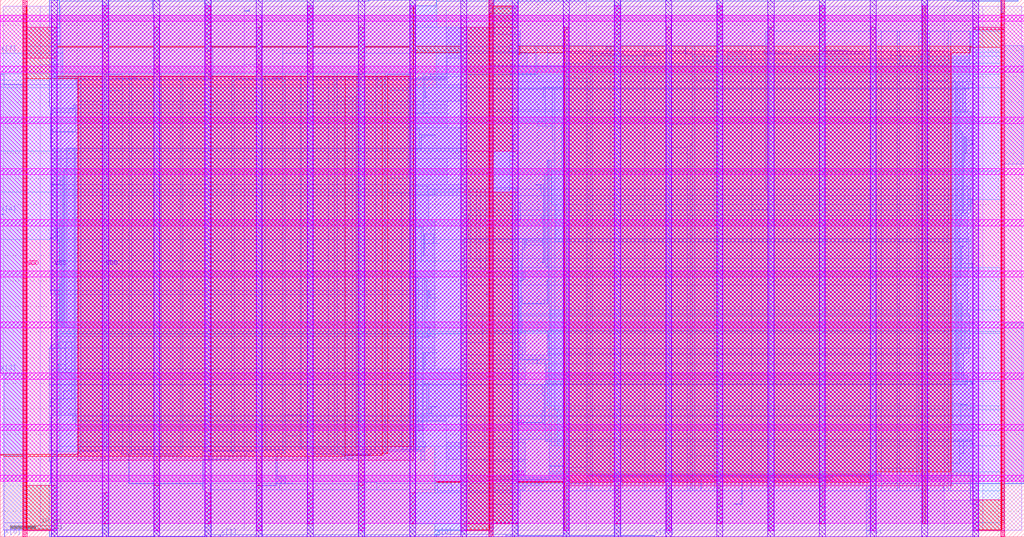
<source format=lef>
VERSION 5.8 ;
BUSBITCHARS "[]" ;
DIVIDERCHAR "/" ;
UNITS
    DATABASE MICRONS 2000 ;
END UNITS

VIA via1_2_560_340_1_1_300_300
  VIARULE Via1Array-0 ;
  CUTSIZE 0.07 0.07 ;
  LAYERS metal1 via1 metal2 ;
  CUTSPACING 0.08 0.08 ;
  ENCLOSURE 0.105 0.05 0.035 0.035 ;
END via1_2_560_340_1_1_300_300

VIA via2_3_560_340_1_1_320_320
  VIARULE Via2Array-0 ;
  CUTSIZE 0.07 0.07 ;
  LAYERS metal2 via2 metal3 ;
  CUTSPACING 0.09 0.09 ;
  ENCLOSURE 0.035 0.035 0.035 0.035 ;
END via2_3_560_340_1_1_320_320

VIA via3_4_560_340_1_1_320_320
  VIARULE Via3Array-0 ;
  CUTSIZE 0.07 0.07 ;
  LAYERS metal3 via3 metal4 ;
  CUTSPACING 0.09 0.09 ;
  ENCLOSURE 0.035 0.035 0.035 0.035 ;
END via3_4_560_340_1_1_320_320

VIA via4_5_560_340_1_1_600_600
  VIARULE Via4Array-0 ;
  CUTSIZE 0.14 0.14 ;
  LAYERS metal4 via4 metal5 ;
  CUTSPACING 0.16 0.16 ;
  ENCLOSURE 0 0 0 0 ;
END via4_5_560_340_1_1_600_600

VIA via5_6_560_340_1_1_600_600
  VIARULE Via5Array-0 ;
  CUTSIZE 0.14 0.14 ;
  LAYERS metal5 via5 metal6 ;
  CUTSPACING 0.16 0.16 ;
  ENCLOSURE 0 0 0.07 0 ;
END via5_6_560_340_1_1_600_600

VIA via1_2_2400_340_1_8_300_300
  VIARULE Via1Array-0 ;
  CUTSIZE 0.07 0.07 ;
  LAYERS metal1 via1 metal2 ;
  CUTSPACING 0.08 0.08 ;
  ENCLOSURE 0.04 0.05 0.035 0.035 ;
  ROWCOL 1 8 ;
END via1_2_2400_340_1_8_300_300

VIA via2_3_2400_920_3_7_320_320
  VIARULE Via2Array-0 ;
  CUTSIZE 0.07 0.07 ;
  LAYERS metal2 via2 metal3 ;
  CUTSPACING 0.09 0.09 ;
  ENCLOSURE 0.035 0.035 0.035 0.035 ;
  ROWCOL 3 7 ;
END via2_3_2400_920_3_7_320_320

VIA via3_4_2400_920_3_7_320_320
  VIARULE Via3Array-0 ;
  CUTSIZE 0.07 0.07 ;
  LAYERS metal3 via3 metal4 ;
  CUTSPACING 0.09 0.09 ;
  ENCLOSURE 0.035 0.035 0.035 0.035 ;
  ROWCOL 3 7 ;
END via3_4_2400_920_3_7_320_320

VIA via4_5_2400_920_2_4_600_600
  VIARULE Via4Array-0 ;
  CUTSIZE 0.14 0.14 ;
  LAYERS metal4 via4 metal5 ;
  CUTSPACING 0.16 0.16 ;
  ENCLOSURE 0 0 0 0 ;
  ROWCOL 2 4 ;
END via4_5_2400_920_2_4_600_600

VIA via5_6_2400_1120_2_4_600_600
  VIARULE Via5Array-0 ;
  CUTSIZE 0.14 0.14 ;
  LAYERS metal5 via5 metal6 ;
  CUTSPACING 0.16 0.16 ;
  ENCLOSURE 0 0 0 0 ;
  ROWCOL 2 4 ;
END via5_6_2400_1120_2_4_600_600

VIA via6_7_2400_1120_1_3_600_600
  VIARULE Via6Array-0 ;
  CUTSIZE 0.14 0.14 ;
  LAYERS metal6 via6 metal7 ;
  CUTSPACING 0.16 0.16 ;
  ENCLOSURE 0 0 0.13 0.13 ;
  ROWCOL 1 3 ;
END via6_7_2400_1120_1_3_600_600

VIA via7_8_2400_1320_1_1_1680_1680
  VIARULE Via7Array-0 ;
  CUTSIZE 0.4 0.4 ;
  LAYERS metal7 via7 metal8 ;
  CUTSPACING 0.44 0.44 ;
  ENCLOSURE 0 0 0.4 0 ;
END via7_8_2400_1320_1_1_1680_1680

VIA via6_7_560_2400_3_1_600_600
  VIARULE Via6Array-0 ;
  CUTSIZE 0.14 0.14 ;
  LAYERS metal6 via6 metal7 ;
  CUTSPACING 0.16 0.16 ;
  ENCLOSURE 0.07 0 0.13 0.23 ;
  ROWCOL 3 1 ;
END via6_7_560_2400_3_1_600_600

VIA via7_8_2400_2400_1_1_1680_1680
  VIARULE Via7Array-0 ;
  CUTSIZE 0.4 0.4 ;
  LAYERS metal7 via7 metal8 ;
  CUTSPACING 0.44 0.44 ;
  ENCLOSURE 0 0.4 0.4 0 ;
END via7_8_2400_2400_1_1_1680_1680

VIA via6_7_1120_2400_3_1_600_600
  VIARULE Via6Array-0 ;
  CUTSIZE 0.14 0.14 ;
  LAYERS metal6 via6 metal7 ;
  CUTSPACING 0.16 0.16 ;
  ENCLOSURE 0.21 0.23 0.21 0.23 ;
  ROWCOL 3 1 ;
END via6_7_1120_2400_3_1_600_600

MACRO top
  FOREIGN top 0 0 ;
  CLASS BLOCK ;
  SIZE 200 BY 105 ;
  PIN clk
    DIRECTION INPUT ;
    USE SIGNAL ;
    PORT
      LAYER metal3 ;
        RECT  199.93 41.755 200 41.825 ;
    END
  END clk
  PIN din
    DIRECTION INPUT ;
    USE SIGNAL ;
    PORT
      LAYER metal2 ;
        RECT  29.7 104.93 29.77 105 ;
    END
  END din
  PIN enable
    DIRECTION INPUT ;
    USE SIGNAL ;
    PORT
      LAYER metal3 ;
        RECT  199.93 72.835 200 72.905 ;
    END
  END enable
  PIN rst
    DIRECTION INPUT ;
    USE SIGNAL ;
    PORT
      LAYER metal2 ;
        RECT  169.92 0 169.99 0.07 ;
    END
  END rst
  PIN spike
    DIRECTION OUTPUT ;
    USE SIGNAL ;
    PORT
      LAYER metal2 ;
        RECT  114.44 104.93 114.51 105 ;
    END
  END spike
  PIN x[0]
    DIRECTION INPUT ;
    USE SIGNAL ;
    PORT
      LAYER metal2 ;
        RECT  0.82 0 0.89 0.07 ;
    END
  END x[0]
  PIN x[10]
    DIRECTION INPUT ;
    USE SIGNAL ;
    PORT
      LAYER metal2 ;
        RECT  127.74 0 127.81 0.07 ;
    END
  END x[10]
  PIN x[1]
    DIRECTION INPUT ;
    USE SIGNAL ;
    PORT
      LAYER metal2 ;
        RECT  43 0 43.07 0.07 ;
    END
  END x[1]
  PIN x[2]
    DIRECTION INPUT ;
    USE SIGNAL ;
    PORT
      LAYER metal2 ;
        RECT  156.62 104.93 156.69 105 ;
    END
  END x[2]
  PIN x[3]
    DIRECTION INPUT ;
    USE SIGNAL ;
    PORT
      LAYER metal3 ;
        RECT  0 31.955 0.07 32.025 ;
    END
  END x[3]
  PIN x[4]
    DIRECTION INPUT ;
    USE SIGNAL ;
    PORT
      LAYER metal3 ;
        RECT  0 63.035 0.07 63.105 ;
    END
  END x[4]
  PIN x[5]
    DIRECTION INPUT ;
    USE SIGNAL ;
    PORT
      LAYER metal2 ;
        RECT  198.8 104.93 198.87 105 ;
    END
  END x[5]
  PIN x[6]
    DIRECTION INPUT ;
    USE SIGNAL ;
    PORT
      LAYER metal2 ;
        RECT  85.18 0 85.25 0.07 ;
    END
  END x[6]
  PIN x[7]
    DIRECTION INPUT ;
    USE SIGNAL ;
    PORT
      LAYER metal3 ;
        RECT  0 94.395 0.07 94.465 ;
    END
  END x[7]
  PIN x[8]
    DIRECTION INPUT ;
    USE SIGNAL ;
    PORT
      LAYER metal2 ;
        RECT  71.88 104.93 71.95 105 ;
    END
  END x[8]
  PIN x[9]
    DIRECTION INPUT ;
    USE SIGNAL ;
    PORT
      LAYER metal3 ;
        RECT  199.93 10.395 200 10.465 ;
    END
  END x[9]
  PIN VSS
    DIRECTION INOUT ;
    USE GROUND ;
    PORT
      LAYER metal7 ;
        RECT  0 90.8 200 92 ;
        RECT  0 70.8 200 72 ;
        RECT  0 50.8 200 52 ;
        RECT  0 30.8 200 32 ;
        RECT  0 10.8 200 12 ;
      LAYER metal8 ;
        RECT  189.97 0 191.17 105 ;
        RECT  169.97 0 171.17 105 ;
        RECT  149.97 0 151.17 105 ;
        RECT  129.97 0 131.17 105 ;
        RECT  109.97 0 111.17 105 ;
        RECT  89.97 0 91.17 105 ;
        RECT  69.97 0 71.17 105 ;
        RECT  49.97 0 51.17 105 ;
        RECT  29.97 0 31.17 105 ;
        RECT  9.97 0 11.17 105 ;
      LAYER metal6 ;
        RECT  195.43 0 195.71 105 ;
        RECT  95.43 0 95.71 105 ;
        RECT  4.43 0 4.71 105 ;
    END
  END VSS
  PIN VDD
    DIRECTION INOUT ;
    USE POWER ;
    PORT
      LAYER metal7 ;
        RECT  0 100.8 200 102 ;
        RECT  0 80.8 200 82 ;
        RECT  0 60.8 200 62 ;
        RECT  0 40.8 200 42 ;
        RECT  0 20.8 200 22 ;
      LAYER metal8 ;
        RECT  179.97 0 181.17 105 ;
        RECT  159.97 0 161.17 105 ;
        RECT  139.97 0 141.17 105 ;
        RECT  119.97 0 121.17 105 ;
        RECT  99.97 0 101.17 105 ;
        RECT  79.97 0 81.17 105 ;
        RECT  59.97 0 61.17 105 ;
        RECT  39.97 0 41.17 105 ;
        RECT  19.97 0 21.17 105 ;
      LAYER metal6 ;
        RECT  195.99 0 196.27 105 ;
        RECT  95.99 0 96.27 105 ;
        RECT  4.99 0 5.27 105 ;
    END
  END VDD
  OBS
    LAYER metal1 ;
     RECT  0.57 1.315 7.79 103.685 ;
     RECT  7.79 1.315 11.84 89.265 ;
     RECT  7.79 92.315 11.84 103.685 ;
     RECT  11.84 1.315 47.63 103.685 ;
     RECT  47.63 1.315 50.98 89.425 ;
     RECT  47.63 92.315 50.98 103.685 ;
     RECT  50.98 1.315 96.39 103.685 ;
     RECT  96.39 1.315 114.51 104.965 ;
     RECT  114.51 1.315 184.43 103.685 ;
     RECT  184.43 1.315 191.9 7.085 ;
     RECT  184.43 10.395 191.9 103.685 ;
     RECT  191.9 1.315 199.5 103.685 ;
     RECT  199.5 10.395 199.82 10.465 ;
     RECT  199.5 95.935 199.82 96.005 ;
    LAYER metal2 ;
     RECT  169.16 0 169.8 0.035 ;
     RECT  85.18 0.035 85.25 0.245 ;
     RECT  127.74 0.035 127.81 0.245 ;
     RECT  43 0.035 43.07 0.385 ;
     RECT  9.56 0.035 9.63 1.17 ;
     RECT  169.16 0.035 169.99 1.17 ;
     RECT  0.82 0.035 0.89 1.33 ;
     RECT  0.82 1.33 4.64 2.73 ;
     RECT  95.5 1.33 95.64 2.73 ;
     RECT  99.975 2.57 101.165 2.73 ;
     RECT  195.5 1.33 195.64 2.73 ;
     RECT  119.975 2.57 121.165 5.83 ;
     RECT  139.975 2.57 141.165 5.83 ;
     RECT  159.975 2.57 161.165 5.83 ;
     RECT  179.975 2.57 181.165 5.83 ;
     RECT  95.5 2.73 101.165 6.335 ;
     RECT  189.975 1.17 191.165 6.335 ;
     RECT  143.32 6.335 144.91 6.405 ;
     RECT  109.975 1.17 111.165 7.23 ;
     RECT  169.16 1.17 171.165 7.23 ;
     RECT  189.49 6.335 191.165 7.23 ;
     RECT  19.975 2.57 21.165 8.63 ;
     RECT  39.975 2.57 41.165 8.63 ;
     RECT  59.975 2.57 61.165 8.63 ;
     RECT  79.975 2.57 81.165 8.63 ;
     RECT  95.5 6.335 101.59 9.135 ;
     RECT  95.5 9.135 102.54 9.94 ;
     RECT  149.975 1.17 151.165 9.94 ;
     RECT  169.16 7.23 169.99 9.94 ;
     RECT  184.36 8.995 184.43 9.94 ;
     RECT  49.975 1.17 51.165 9.975 ;
     RECT  9.56 1.17 11.165 10.03 ;
     RECT  29.975 1.17 31.165 10.03 ;
     RECT  49.975 9.975 53.9 10.03 ;
     RECT  69.975 1.17 71.165 10.03 ;
     RECT  89.975 1.17 91.165 10.03 ;
     RECT  53.83 10.03 53.9 10.395 ;
     RECT  195.5 2.73 196.2 10.395 ;
     RECT  53.83 10.395 57.13 10.465 ;
     RECT  9.56 10.03 9.82 10.535 ;
     RECT  129.975 1.17 131.165 10.815 ;
     RECT  144.84 6.405 144.91 10.815 ;
     RECT  149.975 9.94 152.89 10.815 ;
     RECT  119.95 9.94 121.54 10.955 ;
     RECT  129.64 10.815 132.94 10.955 ;
     RECT  136.86 9.135 136.93 10.955 ;
     RECT  144.84 10.815 152.89 10.955 ;
     RECT  162.13 10.815 162.2 10.955 ;
     RECT  95.5 9.94 105.77 11.095 ;
     RECT  119.76 10.955 121.54 11.095 ;
     RECT  160.04 10.955 162.2 11.095 ;
     RECT  189.49 7.23 189.56 11.095 ;
     RECT  95.5 11.095 107.29 11.27 ;
     RECT  126.41 10.955 136.93 11.27 ;
     RECT  168.02 9.94 169.99 11.27 ;
     RECT  183.6 9.94 184.43 11.27 ;
     RECT  144.84 10.955 155.36 11.515 ;
     RECT  159.85 11.095 162.58 11.515 ;
     RECT  116.91 11.095 121.54 11.655 ;
     RECT  126.41 11.27 140.68 11.655 ;
     RECT  144.84 11.515 162.58 11.655 ;
     RECT  168.02 11.27 170.68 11.655 ;
     RECT  180.22 11.27 184.43 11.655 ;
     RECT  95.5 11.27 110.68 11.725 ;
     RECT  116.91 11.655 162.58 11.795 ;
     RECT  167.07 11.655 170.68 11.795 ;
     RECT  53.83 10.465 55.8 11.865 ;
     RECT  115.01 11.795 170.68 11.935 ;
     RECT  180.22 11.655 184.62 11.935 ;
     RECT  189.49 11.095 189.94 11.935 ;
     RECT  115.01 11.935 172.08 12.215 ;
     RECT  107.22 11.725 110.68 12.355 ;
     RECT  114.82 12.215 172.08 12.355 ;
     RECT  107.22 12.355 172.08 12.67 ;
     RECT  177.9 11.935 189.94 12.67 ;
     RECT  9.75 10.535 9.82 14.735 ;
     RECT  95.5 11.725 102.54 14.735 ;
     RECT  9.56 14.735 9.82 14.98 ;
     RECT  39.58 9.135 39.65 14.98 ;
     RECT  39.58 14.98 41.17 15.015 ;
     RECT  68.46 14.98 68.72 15.015 ;
     RECT  39.58 15.015 42.69 15.155 ;
     RECT  87.08 11.795 87.15 15.17 ;
     RECT  94.68 14.735 102.54 15.17 ;
     RECT  39.58 15.155 44.78 15.855 ;
     RECT  67.89 15.015 68.72 15.855 ;
     RECT  66.75 15.855 72.33 15.995 ;
     RECT  25.14 10.395 25.21 16.135 ;
     RECT  31.03 15.855 34.71 16.135 ;
     RECT  66.56 15.995 72.33 16.135 ;
     RECT  23.62 16.135 34.71 16.31 ;
     RECT  53.83 11.865 54.09 16.31 ;
     RECT  60.86 16.135 72.33 16.31 ;
     RECT  15.22 16.31 15.68 16.695 ;
     RECT  39.58 15.855 48.2 16.695 ;
     RECT  60.86 16.31 75.68 16.695 ;
     RECT  82.14 14.98 82.97 16.695 ;
     RECT  9.56 14.98 11.15 16.765 ;
     RECT  15.22 16.695 19.13 16.835 ;
     RECT  23.62 16.31 35.68 16.835 ;
     RECT  39.58 16.695 49.72 16.835 ;
     RECT  53.83 16.31 55.68 16.835 ;
     RECT  15.22 16.835 35.68 16.975 ;
     RECT  39.58 16.835 55.68 16.975 ;
     RECT  60.86 16.695 82.97 16.975 ;
     RECT  15.22 16.975 82.97 17.535 ;
     RECT  87.08 15.17 102.54 18.43 ;
     RECT  15.22 17.535 83.16 18.585 ;
     RECT  107.22 12.67 189.94 18.655 ;
     RECT  94.68 18.43 102.54 19.075 ;
     RECT  106.46 18.655 189.94 19.075 ;
     RECT  15.22 18.585 82.59 21.595 ;
     RECT  14.69 21.595 82.59 22.575 ;
     RECT  87.08 18.43 87.15 22.575 ;
     RECT  14.69 22.575 87.15 22.715 ;
     RECT  14.12 22.715 87.15 23.57 ;
     RECT  94.68 19.075 189.94 23.57 ;
     RECT  9.56 16.765 9.82 23.695 ;
     RECT  14.12 23.57 189.94 23.695 ;
     RECT  9.56 23.695 189.94 29.645 ;
     RECT  9.56 29.645 188.99 29.785 ;
     RECT  106.46 29.785 188.99 29.925 ;
     RECT  106.65 29.925 188.99 31.605 ;
     RECT  0.82 2.73 5.2 31.955 ;
     RECT  9.56 29.785 102.54 32.865 ;
     RECT  89.975 32.865 102.54 33.775 ;
     RECT  106.65 31.605 188.23 33.775 ;
     RECT  89.975 33.775 188.23 35.525 ;
     RECT  106.84 35.525 188.23 35.875 ;
     RECT  106.84 35.875 189.18 36.855 ;
     RECT  9.56 32.865 84.87 36.925 ;
     RECT  89.975 35.525 102.54 38.03 ;
     RECT  10.7 36.925 84.87 39.165 ;
     RECT  94.11 38.03 102.54 40.355 ;
     RECT  106.84 36.855 189.37 40.355 ;
     RECT  195.5 10.395 199.82 41.825 ;
     RECT  94.11 40.355 189.37 43.17 ;
     RECT  89.975 43.17 189.37 43.575 ;
     RECT  10.89 39.165 84.87 47.355 ;
     RECT  10.7 47.355 84.87 48.195 ;
     RECT  89.975 43.575 188.99 49.23 ;
     RECT  90.69 49.23 188.99 52.675 ;
     RECT  90.69 52.675 189.18 54.37 ;
     RECT  89.975 54.37 189.18 57.63 ;
     RECT  90.69 57.63 189.18 58.205 ;
     RECT  91.45 58.205 189.18 58.275 ;
     RECT  9.75 48.195 84.87 61.985 ;
     RECT  91.45 58.275 188.99 62.77 ;
     RECT  89.975 62.77 188.99 63.875 ;
     RECT  9.75 61.985 83.73 66.675 ;
     RECT  89.975 63.875 189.56 66.675 ;
     RECT  9.75 66.675 189.56 67.935 ;
     RECT  9.75 67.935 189.75 68.005 ;
     RECT  9.75 68.005 91.165 68.83 ;
     RECT  195.5 41.825 196.2 72.835 ;
     RECT  9.75 68.83 87.34 73.97 ;
     RECT  9.75 73.97 91.165 75.845 ;
     RECT  14.12 75.845 91.165 75.985 ;
     RECT  15.22 75.985 91.165 80.03 ;
     RECT  15.22 80.03 87.34 81.095 ;
     RECT  9.75 75.845 9.82 82.915 ;
     RECT  14.69 81.095 87.34 82.915 ;
     RECT  95.5 68.005 189.75 83.125 ;
     RECT  95.5 83.125 188.99 83.545 ;
     RECT  9.75 82.915 87.34 83.825 ;
     RECT  9.75 83.825 9.82 83.965 ;
     RECT  9.56 83.965 9.82 84.035 ;
     RECT  14.31 83.825 87.34 84.525 ;
     RECT  15.22 84.525 87.34 85.17 ;
     RECT  95.5 83.545 188.61 87.535 ;
     RECT  95.5 87.535 188.99 87.605 ;
     RECT  15.22 85.17 91.165 88.375 ;
     RECT  14.88 88.375 91.165 88.43 ;
     RECT  0.06 31.955 5.2 88.445 ;
     RECT  95.5 87.605 189.18 88.935 ;
     RECT  14.88 88.43 87.34 89.25 ;
     RECT  14.88 89.25 41.55 89.425 ;
     RECT  46.04 89.25 87.34 89.425 ;
     RECT  14.88 89.425 16.85 89.565 ;
     RECT  21.34 89.425 28.82 89.565 ;
     RECT  46.04 89.425 55.23 89.565 ;
     RECT  79.86 89.425 87.34 89.565 ;
     RECT  9.56 84.035 9.63 89.635 ;
     RECT  14.88 89.565 14.95 89.635 ;
     RECT  22.48 89.565 26.54 89.705 ;
     RECT  35.97 89.425 41.55 89.705 ;
     RECT  53.07 89.565 55.23 89.705 ;
     RECT  26.09 89.705 26.54 89.845 ;
     RECT  46.99 89.565 47.06 89.845 ;
     RECT  53.26 89.705 55.23 89.845 ;
     RECT  60.29 89.425 75.56 89.845 ;
     RECT  81.57 89.565 87.34 89.845 ;
     RECT  26.28 89.845 26.54 89.98 ;
     RECT  39.77 89.705 41.55 89.98 ;
     RECT  9.56 89.635 14.95 89.985 ;
     RECT  26.47 89.98 26.54 89.985 ;
     RECT  40.72 89.98 41.55 90.125 ;
     RECT  75.49 89.845 75.56 90.265 ;
     RECT  69.6 89.845 71.165 90.405 ;
     RECT  0.06 88.445 0.13 90.545 ;
     RECT  84.04 89.845 87.34 90.545 ;
     RECT  95.5 88.935 189.37 91.945 ;
     RECT  95.5 91.945 110.68 92.085 ;
     RECT  110.22 92.085 110.68 92.61 ;
     RECT  115.01 91.945 189.37 92.61 ;
     RECT  115.01 92.61 128.95 93.205 ;
     RECT  133.82 92.61 189.37 93.205 ;
     RECT  141.99 93.205 175.88 93.485 ;
     RECT  87.08 90.545 87.34 93.57 ;
     RECT  115.22 93.205 128.95 94.01 ;
     RECT  185.22 93.205 189.37 94.01 ;
     RECT  115.77 94.01 128.95 94.185 ;
     RECT  173.91 93.485 175.88 94.185 ;
     RECT  126.22 94.185 127.43 94.325 ;
     RECT  133.82 93.205 137.5 94.325 ;
     RECT  141.99 93.485 168.85 94.325 ;
     RECT  179.8 93.205 181.39 94.325 ;
     RECT  117.48 94.185 122.11 94.465 ;
     RECT  127.36 94.325 127.43 94.465 ;
     RECT  149.21 94.325 154.6 94.465 ;
     RECT  158.9 94.325 168.28 94.465 ;
     RECT  173.91 94.185 173.98 94.465 ;
     RECT  55.16 89.845 55.23 94.605 ;
     RECT  141.99 94.325 144.91 94.605 ;
     RECT  149.21 94.465 154.03 94.605 ;
     RECT  95.5 92.085 102.92 94.745 ;
     RECT  159.975 94.465 168.28 94.885 ;
     RECT  117.48 94.465 121.165 94.94 ;
     RECT  149.21 94.605 149.85 94.94 ;
     RECT  179.975 94.325 181.39 94.94 ;
     RECT  41.48 90.125 41.55 94.97 ;
     RECT  159.975 94.885 165.43 95.165 ;
     RECT  39.975 94.97 41.55 95.865 ;
     RECT  118.24 94.94 121.165 95.865 ;
     RECT  133.82 94.325 133.89 95.865 ;
     RECT  189.3 94.01 189.37 96.005 ;
     RECT  195.5 72.835 199.82 96.005 ;
     RECT  19.975 94.97 21.165 98.23 ;
     RECT  39.975 95.865 41.165 98.23 ;
     RECT  59.975 94.97 61.165 98.23 ;
     RECT  79.975 94.97 81.165 98.23 ;
     RECT  95.5 94.745 101.59 98.23 ;
     RECT  119.975 95.865 121.165 98.23 ;
     RECT  139.975 97.77 141.165 98.23 ;
     RECT  159.975 95.165 161.165 98.23 ;
     RECT  179.975 94.94 181.165 98.23 ;
     RECT  101.52 98.23 101.59 98.805 ;
     RECT  146.93 98.735 147.38 98.805 ;
     RECT  9.56 89.985 11.165 99.63 ;
     RECT  29.975 93.57 31.165 99.63 ;
     RECT  49.975 93.57 51.165 99.63 ;
     RECT  69.975 90.405 71.165 99.63 ;
     RECT  87.08 93.57 91.165 99.63 ;
     RECT  109.975 99.17 111.165 99.63 ;
     RECT  129.975 99.17 131.165 99.63 ;
     RECT  149.975 99.17 151.165 99.63 ;
     RECT  169.975 99.17 171.165 99.63 ;
     RECT  189.975 99.17 191.165 99.63 ;
     RECT  4.5 88.445 5.2 102.27 ;
     RECT  95.5 98.23 96.46 102.27 ;
     RECT  195.5 96.005 196.2 102.27 ;
     RECT  47.75 102.795 48.77 102.865 ;
     RECT  48.32 102.865 48.77 103.005 ;
     RECT  87.08 99.63 87.15 103.005 ;
     RECT  96.06 102.27 96.46 103.37 ;
     RECT  5.06 102.27 5.2 103.67 ;
     RECT  96.06 103.37 101.165 103.67 ;
     RECT  196.06 102.27 196.2 103.67 ;
     RECT  19.975 103.37 21.165 103.83 ;
     RECT  39.975 103.37 41.165 103.83 ;
     RECT  59.975 103.37 61.165 103.83 ;
     RECT  79.975 103.37 81.165 103.83 ;
     RECT  96.39 103.67 101.165 103.83 ;
     RECT  119.975 103.37 121.165 103.83 ;
     RECT  139.975 103.37 141.165 103.83 ;
     RECT  159.975 103.37 161.165 103.83 ;
     RECT  179.975 103.37 181.165 103.83 ;
     RECT  9.56 99.63 9.63 104.965 ;
     RECT  29.7 102.795 29.77 104.965 ;
     RECT  71.88 104.755 71.95 104.965 ;
     RECT  96.39 103.83 96.46 104.965 ;
     RECT  114.44 104.755 114.51 104.965 ;
     RECT  156.62 104.755 156.69 104.965 ;
     RECT  198.8 104.755 198.87 104.965 ;
    LAYER metal3 ;
     RECT  0.035 31.955 0.13 32.025 ;
     RECT  0.035 94.395 0.13 94.465 ;
     RECT  0.035 63.035 0.69 63.105 ;
     RECT  0.06 90.475 0.82 90.545 ;
     RECT  0.82 88.375 4.5 90.545 ;
     RECT  4.5 1.33 4.64 102.27 ;
     RECT  4.64 2.73 5.06 102.27 ;
     RECT  5.06 2.73 5.2 103.67 ;
     RECT  9.75 25.515 9.88 25.585 ;
     RECT  9.56 36.855 9.88 36.925 ;
     RECT  9.75 48.195 9.88 48.265 ;
     RECT  9.58 58.135 9.88 58.205 ;
     RECT  9.86 68.915 9.88 68.985 ;
     RECT  9.88 25.515 9.95 26.985 ;
     RECT  9.95 26.215 10.01 26.985 ;
     RECT  9.56 0.035 10.02 0.105 ;
     RECT  9.88 79.135 10.21 79.765 ;
     RECT  9.88 58.135 10.89 58.625 ;
     RECT  10.89 53.235 11.08 53.305 ;
     RECT  10.89 58.135 11.08 60.305 ;
     RECT  10.02 0.035 11.12 10.03 ;
     RECT  10.02 93.57 11.12 99.63 ;
     RECT  11.08 57.855 11.27 60.445 ;
     RECT  11.27 33.635 11.46 33.705 ;
     RECT  9.88 36.855 11.46 37.625 ;
     RECT  11.27 42.455 11.46 42.525 ;
     RECT  9.56 104.895 11.54 104.965 ;
     RECT  11.08 16.695 11.61 16.765 ;
     RECT  11.46 42.035 11.65 42.525 ;
     RECT  9.88 47.495 11.65 48.265 ;
     RECT  11.08 53.235 11.65 53.725 ;
     RECT  11.27 57.435 11.65 60.445 ;
     RECT  9.88 68.775 11.65 68.985 ;
     RECT  11.65 42.035 11.84 49.385 ;
     RECT  11.84 40.915 12.03 49.385 ;
     RECT  11.65 53.235 12.03 61.845 ;
     RECT  12.03 40.915 12.22 61.845 ;
     RECT  12.03 65.835 12.22 65.905 ;
     RECT  11.65 68.775 12.22 69.685 ;
     RECT  10.01 26.915 12.41 26.985 ;
     RECT  12.22 40.915 12.41 70.245 ;
     RECT  12.41 40.915 12.6 71.785 ;
     RECT  11.46 32.095 12.79 33.705 ;
     RECT  11.46 36.855 12.79 38.045 ;
     RECT  12.6 40.915 12.98 71.925 ;
     RECT  13.55 23.695 13.74 23.765 ;
     RECT  12.41 26.915 13.93 28.525 ;
     RECT  12.79 32.095 13.93 38.045 ;
     RECT  13.74 23.695 14.12 24.045 ;
     RECT  13.55 83.755 14.31 83.825 ;
     RECT  13.93 26.915 14.5 38.045 ;
     RECT  12.98 40.915 14.5 75.985 ;
     RECT  14.12 22.715 14.69 24.045 ;
     RECT  14.5 26.915 14.69 75.985 ;
     RECT  10.21 79.135 14.69 79.205 ;
     RECT  14.31 83.755 14.69 84.525 ;
     RECT  14.69 21.595 15.22 75.985 ;
     RECT  14.69 79.135 15.22 84.525 ;
     RECT  5.2 88.375 15.22 90.545 ;
     RECT  15.22 16.31 15.68 90.545 ;
     RECT  11.12 0.035 20.02 0.105 ;
     RECT  11.54 104.755 20.02 104.965 ;
     RECT  15.68 16.975 20.345 90.545 ;
     RECT  20.345 16.835 20.68 90.545 ;
     RECT  20.02 0.035 21.12 8.63 ;
     RECT  20.02 94.97 21.12 98.23 ;
     RECT  20.02 103.37 21.12 104.965 ;
     RECT  20.68 16.835 23.81 87.185 ;
     RECT  20.68 90.335 23.81 90.545 ;
     RECT  23.81 16.835 25.22 90.545 ;
     RECT  25.22 16.31 25.68 90.545 ;
     RECT  21.12 0.035 30.02 0.105 ;
     RECT  25.14 10.395 30.02 10.465 ;
     RECT  30.02 0.035 31.12 10.465 ;
     RECT  30.02 93.57 31.12 99.63 ;
     RECT  25.68 17.115 31.41 90.545 ;
     RECT  31.41 16.975 35.22 90.545 ;
     RECT  35.22 16.31 35.68 90.545 ;
     RECT  31.12 10.395 39.58 10.465 ;
     RECT  35.68 16.975 39.96 90.545 ;
     RECT  31.12 0.035 40.02 0.105 ;
     RECT  39.58 9.135 40.02 10.465 ;
     RECT  21.12 104.755 40.02 104.965 ;
     RECT  40.02 0.035 41.12 10.465 ;
     RECT  40.02 94.97 41.12 98.23 ;
     RECT  40.02 103.37 41.12 104.965 ;
     RECT  39.96 16.835 45.22 90.545 ;
     RECT  45.22 16.31 45.68 90.545 ;
     RECT  41.12 0.035 50.02 0.385 ;
     RECT  41.12 9.135 50.02 10.465 ;
     RECT  41.12 95.795 50.02 95.865 ;
     RECT  50.02 0.035 51.12 10.465 ;
     RECT  50.02 93.57 51.12 99.63 ;
     RECT  45.68 16.835 51.81 90.545 ;
     RECT  51.12 9.135 54.635 10.465 ;
     RECT  51.12 95.795 55.16 95.865 ;
     RECT  51.81 17.115 55.22 90.545 ;
     RECT  55.22 16.31 55.68 90.545 ;
     RECT  55.68 16.975 58.58 19.705 ;
     RECT  55.68 23.835 58.58 90.545 ;
     RECT  58.58 16.975 58.84 90.545 ;
     RECT  51.12 0.035 60.02 0.385 ;
     RECT  54.635 9.135 60.02 10.325 ;
     RECT  55.16 94.535 60.02 95.865 ;
     RECT  41.12 104.755 60.02 104.965 ;
     RECT  60.02 0.035 61.12 10.325 ;
     RECT  60.02 94.535 61.12 98.23 ;
     RECT  60.02 103.37 61.12 104.965 ;
     RECT  58.84 17.255 64.09 90.545 ;
     RECT  64.09 17.115 65.22 90.545 ;
     RECT  65.22 16.31 65.87 90.545 ;
     RECT  65.87 16.31 67.26 85.925 ;
     RECT  67.26 15.295 68.72 85.925 ;
     RECT  61.12 9.135 69.265 10.325 ;
     RECT  68.72 16.975 69.41 85.925 ;
     RECT  69.41 16.975 69.6 86.065 ;
     RECT  65.87 89.495 69.6 90.545 ;
     RECT  69.265 9.135 69.78 10.465 ;
     RECT  61.12 0.035 70.02 0.385 ;
     RECT  69.78 9.135 70.02 10.605 ;
     RECT  61.12 94.535 70.02 95.865 ;
     RECT  69.6 16.975 70.24 90.545 ;
     RECT  70.02 0.035 71.12 10.605 ;
     RECT  70.02 93.57 71.12 99.63 ;
     RECT  61.12 104.755 71.95 104.965 ;
     RECT  70.24 17.115 73.4 90.545 ;
     RECT  71.12 9.135 73.535 10.605 ;
     RECT  73.4 16.975 75.22 90.545 ;
     RECT  75.22 16.31 75.68 90.545 ;
     RECT  75.68 16.975 78.41 67.165 ;
     RECT  75.68 70.175 79.67 87.325 ;
     RECT  75.68 90.335 79.67 90.545 ;
     RECT  71.12 0.035 80.02 0.385 ;
     RECT  73.535 9.135 80.02 10.465 ;
     RECT  71.12 94.535 80.02 95.865 ;
     RECT  71.95 104.895 80.02 104.965 ;
     RECT  78.41 17.115 80.22 67.165 ;
     RECT  79.67 70.175 80.22 90.545 ;
     RECT  80.22 17.115 80.68 90.545 ;
     RECT  80.68 75.775 80.69 90.545 ;
     RECT  80.02 0.035 81.12 10.465 ;
     RECT  80.02 94.535 81.12 98.23 ;
     RECT  80.02 103.37 81.12 104.965 ;
     RECT  80.68 17.115 81.26 50.645 ;
     RECT  81.26 20.755 81.64 50.645 ;
     RECT  81.26 17.115 81.76 17.605 ;
     RECT  80.69 75.775 81.83 79.765 ;
     RECT  80.68 53.935 82.21 60.585 ;
     RECT  81.83 75.775 82.21 78.645 ;
     RECT  81.64 20.755 82.4 50.505 ;
     RECT  82.4 21.315 82.59 36.085 ;
     RECT  82.21 54.915 82.59 60.585 ;
     RECT  80.69 82.775 82.59 90.545 ;
     RECT  82.59 32.795 82.78 36.085 ;
     RECT  82.59 54.915 82.78 59.185 ;
     RECT  82.59 82.775 82.78 82.985 ;
     RECT  81.76 16.975 82.97 17.605 ;
     RECT  82.4 38.955 82.97 50.505 ;
     RECT  82.78 56.175 82.97 59.185 ;
     RECT  82.21 78.015 82.97 78.645 ;
     RECT  82.59 85.855 82.97 90.545 ;
     RECT  82.97 17.535 83.16 17.605 ;
     RECT  82.78 33.635 83.16 36.085 ;
     RECT  82.97 85.855 83.16 87.045 ;
     RECT  82.59 21.315 83.35 29.925 ;
     RECT  82.97 44.555 83.35 50.505 ;
     RECT  83.16 85.855 83.35 85.925 ;
     RECT  83.16 35.315 83.54 36.085 ;
     RECT  82.97 38.955 83.54 40.985 ;
     RECT  83.35 44.555 83.54 48.125 ;
     RECT  80.68 66.955 83.54 68.565 ;
     RECT  82.78 82.775 83.54 82.845 ;
     RECT  83.35 24.115 83.73 29.925 ;
     RECT  83.54 46.655 83.73 48.125 ;
     RECT  83.54 39.235 83.92 40.985 ;
     RECT  83.73 46.655 83.92 47.985 ;
     RECT  83.54 35.875 83.93 36.085 ;
     RECT  83.73 29.855 84.11 29.925 ;
     RECT  83.92 40.915 84.11 40.985 ;
     RECT  82.97 89.915 84.11 90.545 ;
     RECT  83.73 24.115 84.3 25.445 ;
     RECT  82.97 57.295 84.68 59.185 ;
     RECT  83.54 66.955 84.88 68.005 ;
     RECT  82.97 78.435 84.88 78.645 ;
     RECT  81.12 0.035 84.9 0.385 ;
     RECT  84.88 78.435 84.97 78.505 ;
     RECT  81.12 104.895 85.18 104.965 ;
     RECT  84.9 0.035 85.25 0.525 ;
     RECT  84.3 25.375 85.25 25.445 ;
     RECT  83.93 36.015 85.25 36.085 ;
     RECT  81.12 9.135 85.46 10.465 ;
     RECT  83.92 46.655 85.53 46.725 ;
     RECT  84.88 67.935 85.53 68.005 ;
     RECT  85.25 0.315 85.81 0.525 ;
     RECT  84.68 57.295 85.81 57.365 ;
     RECT  85.46 8.995 88.165 10.465 ;
     RECT  85.81 0.455 90.02 0.525 ;
     RECT  88.165 8.995 90.02 10.605 ;
     RECT  84.11 89.915 90.02 90.405 ;
     RECT  81.12 94.535 90.02 95.865 ;
     RECT  90.02 54.37 90.69 57.63 ;
     RECT  90.02 0.455 91.12 10.605 ;
     RECT  90.02 15.17 91.12 18.43 ;
     RECT  90.02 23.57 91.12 29.63 ;
     RECT  90.02 34.77 91.12 38.03 ;
     RECT  90.02 43.17 91.12 49.23 ;
     RECT  90.02 62.77 91.12 68.83 ;
     RECT  90.02 73.97 91.12 80.03 ;
     RECT  90.02 85.17 91.12 90.405 ;
     RECT  90.02 93.57 91.12 99.63 ;
     RECT  91.12 8.995 91.69 10.605 ;
     RECT  90.69 54.37 91.83 58.205 ;
     RECT  91.12 62.77 91.83 68.005 ;
     RECT  91.83 54.37 92.97 68.005 ;
     RECT  92.97 54.215 93.73 68.005 ;
     RECT  93.73 52.395 94.87 68.005 ;
     RECT  91.12 0.455 95.5 0.525 ;
     RECT  91.69 8.995 95.5 10.465 ;
     RECT  94.87 47.355 95.5 47.425 ;
     RECT  94.87 51.975 95.5 68.005 ;
     RECT  91.12 90.335 95.5 90.405 ;
     RECT  91.12 94.535 95.5 95.865 ;
     RECT  85.18 104.755 95.5 104.965 ;
     RECT  95.5 0.455 96.2 104.965 ;
     RECT  96.2 0.455 98.665 0.525 ;
     RECT  96.2 90.335 99.24 90.405 ;
     RECT  96.2 94.535 99.46 95.865 ;
     RECT  98.665 0.175 100.02 0.525 ;
     RECT  96.2 8.995 100.02 10.465 ;
     RECT  99.24 22.295 100.02 22.365 ;
     RECT  96.2 34.615 100.02 68.285 ;
     RECT  99.46 73.535 100.02 73.605 ;
     RECT  99.24 90.335 100.02 90.545 ;
     RECT  99.46 94.535 100.02 96.005 ;
     RECT  96.2 104.755 100.02 104.965 ;
     RECT  100.02 73.535 100.26 78.63 ;
     RECT  100.02 33.37 100.64 68.285 ;
     RECT  100.02 0.175 101.12 10.465 ;
     RECT  100.02 13.77 101.12 28.23 ;
     RECT  100.64 33.37 101.12 59.03 ;
     RECT  100.26 75.37 101.12 78.63 ;
     RECT  100.02 83.77 101.12 90.545 ;
     RECT  100.02 94.535 101.12 98.23 ;
     RECT  100.02 103.37 101.12 104.965 ;
     RECT  101.12 34.615 101.21 58.205 ;
     RECT  100.64 61.915 101.21 68.145 ;
     RECT  101.21 34.615 101.49 46.865 ;
     RECT  101.21 61.915 101.59 65.345 ;
     RECT  101.49 39.935 101.78 46.865 ;
     RECT  101.49 34.615 101.97 37.065 ;
     RECT  101.78 39.935 101.97 42.525 ;
     RECT  101.78 45.535 101.97 46.865 ;
     RECT  101.21 50.155 101.97 58.205 ;
     RECT  101.59 65.275 101.97 65.345 ;
     RECT  101.97 50.155 102.16 51.765 ;
     RECT  101.97 56.175 102.35 58.205 ;
     RECT  102.16 50.295 102.54 51.765 ;
     RECT  102.35 56.595 102.54 58.205 ;
     RECT  102.54 57.015 102.73 58.205 ;
     RECT  101.12 90.335 104.56 90.545 ;
     RECT  101.12 94.535 104.56 96.005 ;
     RECT  104.56 90.335 104.85 96.005 ;
     RECT  101.97 34.615 104.88 34.685 ;
     RECT  104.78 81.095 104.88 81.165 ;
     RECT  104.37 68.775 105.51 68.845 ;
     RECT  105.51 67.655 105.7 68.845 ;
     RECT  101.12 22.295 105.89 22.365 ;
     RECT  105.7 29.715 105.89 29.785 ;
     RECT  102.73 57.015 105.89 57.925 ;
     RECT  105.51 62.475 105.89 62.545 ;
     RECT  105.51 53.655 106.08 53.725 ;
     RECT  105.89 57.015 106.08 58.345 ;
     RECT  105.89 61.215 106.08 62.545 ;
     RECT  105.7 66.675 106.08 68.845 ;
     RECT  105.89 85.995 106.08 86.065 ;
     RECT  105.89 22.295 106.27 24.745 ;
     RECT  105.89 27.615 106.27 29.785 ;
     RECT  101.97 45.535 106.27 45.605 ;
     RECT  106.08 53.655 106.27 68.845 ;
     RECT  106.27 21.875 106.46 29.785 ;
     RECT  104.88 33.775 106.46 34.685 ;
     RECT  106.27 53.655 106.46 71.085 ;
     RECT  104.88 80.255 106.46 81.165 ;
     RECT  106.08 85.995 106.46 87.885 ;
     RECT  106.27 45.535 106.84 46.305 ;
     RECT  106.65 49.875 106.84 49.945 ;
     RECT  106.46 52.815 106.84 71.085 ;
     RECT  104.85 92.015 106.91 96.005 ;
     RECT  106.84 38.955 107.03 39.025 ;
     RECT  106.84 45.535 107.03 49.945 ;
     RECT  106.84 52.815 107.03 73.465 ;
     RECT  106.46 18.655 107.22 34.685 ;
     RECT  107.03 38.675 107.22 40.145 ;
     RECT  107.03 45.535 107.22 73.605 ;
     RECT  107.22 18.655 107.6 73.605 ;
     RECT  106.46 80.255 107.79 87.885 ;
     RECT  107.6 17.815 108.36 73.605 ;
     RECT  107.79 77.595 108.36 87.885 ;
     RECT  101.12 0.175 110.02 0.245 ;
     RECT  101.12 8.995 110.02 10.465 ;
     RECT  108.36 17.815 110.07 87.885 ;
     RECT  110.02 0.175 110.22 10.465 ;
     RECT  107.22 13.755 110.22 13.825 ;
     RECT  110.07 17.815 110.22 89.145 ;
     RECT  106.91 94.535 110.22 96.005 ;
     RECT  110.22 0.175 110.68 96.005 ;
     RECT  110.68 0.175 111.12 10.465 ;
     RECT  110.02 99.17 111.12 99.63 ;
     RECT  111.12 8.995 114.63 10.465 ;
     RECT  110.68 13.615 114.63 89.705 ;
     RECT  114.63 8.995 115.22 89.705 ;
     RECT  110.68 94.535 115.22 96.005 ;
     RECT  115.22 8.995 115.68 96.005 ;
     RECT  115.68 8.995 119.19 91.665 ;
     RECT  115.68 94.535 119.19 96.005 ;
     RECT  111.12 0.175 120.02 0.245 ;
     RECT  119.19 8.995 120.02 96.005 ;
     RECT  101.12 104.755 120.02 104.965 ;
     RECT  120.02 0.175 121.12 5.83 ;
     RECT  120.02 8.995 121.12 98.23 ;
     RECT  120.02 103.37 121.12 104.965 ;
     RECT  121.12 8.995 125.91 96.005 ;
     RECT  121.12 0.175 127.81 0.245 ;
     RECT  125.91 8.995 130.02 91.665 ;
     RECT  130.02 1.17 130.22 91.665 ;
     RECT  125.91 94.535 130.22 96.005 ;
     RECT  130.22 1.17 130.68 96.005 ;
     RECT  130.68 1.17 131.12 76.125 ;
     RECT  130.02 99.17 131.12 99.63 ;
     RECT  131.12 8.995 134.2 76.125 ;
     RECT  134.2 8.995 134.77 76.405 ;
     RECT  134.77 8.995 135.22 76.545 ;
     RECT  130.68 80.675 135.22 90.405 ;
     RECT  130.68 94.535 135.22 96.005 ;
     RECT  135.22 8.995 135.68 96.005 ;
     RECT  135.68 8.995 139.52 15.785 ;
     RECT  135.68 18.655 139.52 89.285 ;
     RECT  135.68 92.855 140.02 96.005 ;
     RECT  121.12 104.755 140.02 104.965 ;
     RECT  139.52 8.995 140.22 89.285 ;
     RECT  140.02 92.855 140.22 98.23 ;
     RECT  140.02 2.57 141.12 5.83 ;
     RECT  140.22 8.995 141.12 98.23 ;
     RECT  140.02 103.37 141.12 104.965 ;
     RECT  141.12 8.995 146.81 96.005 ;
     RECT  146.81 67.935 149.4 96.005 ;
     RECT  149.4 67.935 149.74 98.805 ;
     RECT  149.74 67.655 149.78 98.805 ;
     RECT  146.81 8.995 150.02 63.945 ;
     RECT  149.78 67.515 150.02 98.805 ;
     RECT  150.02 1.17 150.22 63.945 ;
     RECT  150.02 67.515 150.22 99.63 ;
     RECT  150.22 1.17 151.12 99.63 ;
     RECT  141.12 104.755 156.69 104.965 ;
     RECT  156.69 104.895 160.02 104.965 ;
     RECT  160.02 2.57 161.12 5.83 ;
     RECT  160.02 103.37 161.12 104.965 ;
     RECT  151.12 8.995 170.02 98.805 ;
     RECT  170.02 1.17 171.12 99.63 ;
     RECT  171.12 8.995 172.08 98.805 ;
     RECT  172.08 8.995 175.22 10.465 ;
     RECT  172.08 13.335 175.22 98.805 ;
     RECT  175.22 8.995 175.68 98.805 ;
     RECT  175.68 8.995 179.04 10.465 ;
     RECT  175.68 13.335 179.04 92.085 ;
     RECT  179.04 8.995 179.42 92.085 ;
     RECT  175.68 95.935 179.42 98.805 ;
     RECT  161.12 104.895 180.02 104.965 ;
     RECT  179.42 8.995 181.01 98.805 ;
     RECT  180.02 2.57 181.12 5.83 ;
     RECT  180.02 103.37 181.12 104.965 ;
     RECT  181.01 92.015 181.58 98.805 ;
     RECT  181.01 8.995 185.22 89.145 ;
     RECT  181.58 92.015 185.22 92.225 ;
     RECT  181.58 95.935 185.22 98.805 ;
     RECT  185.22 8.995 185.68 98.805 ;
     RECT  185.68 21.875 185.95 89.145 ;
     RECT  185.95 30.275 186.52 89.145 ;
     RECT  186.52 30.275 186.71 89.005 ;
     RECT  181.12 104.895 186.865 104.965 ;
     RECT  186.71 30.275 186.9 46.585 ;
     RECT  186.865 104.755 186.935 104.965 ;
     RECT  186.71 49.735 187.09 89.005 ;
     RECT  186.9 30.275 187.28 45.605 ;
     RECT  185.68 14.315 187.47 18.725 ;
     RECT  187.09 50.575 187.47 89.005 ;
     RECT  185.95 21.875 187.66 26.005 ;
     RECT  187.28 36.435 187.66 45.605 ;
     RECT  187.47 50.575 187.66 56.805 ;
     RECT  187.66 25.795 187.85 26.005 ;
     RECT  187.28 30.275 187.85 33.145 ;
     RECT  187.66 36.855 187.85 45.605 ;
     RECT  187.66 52.535 187.85 56.805 ;
     RECT  187.47 61.075 187.85 79.345 ;
     RECT  187.85 45.535 188.04 45.605 ;
     RECT  187.85 63.315 188.04 79.345 ;
     RECT  187.47 83.055 188.04 89.005 ;
     RECT  187.47 16.275 188.23 18.725 ;
     RECT  187.66 21.875 188.23 21.945 ;
     RECT  187.85 30.275 188.23 32.165 ;
     RECT  187.85 56.735 188.23 56.805 ;
     RECT  188.04 63.315 188.23 78.225 ;
     RECT  187.85 36.855 188.42 41.965 ;
     RECT  188.23 73.395 188.42 78.225 ;
     RECT  188.42 74.935 188.61 78.225 ;
     RECT  188.04 83.055 188.61 84.805 ;
     RECT  188.61 74.935 188.8 77.945 ;
     RECT  187.85 25.795 188.99 25.865 ;
     RECT  188.23 63.315 188.99 68.565 ;
     RECT  188.61 83.055 188.99 83.125 ;
     RECT  188.42 36.855 189.37 36.925 ;
     RECT  185.68 95.935 189.37 98.805 ;
     RECT  188.99 63.875 189.56 66.045 ;
     RECT  189.37 98.735 189.69 98.805 ;
     RECT  188.23 30.275 189.81 30.485 ;
     RECT  188.23 17.815 189.88 18.725 ;
     RECT  189.81 29.575 189.88 30.485 ;
     RECT  188.42 41.755 189.88 41.965 ;
     RECT  187.85 52.535 189.88 53.445 ;
     RECT  189.56 65.135 189.88 66.045 ;
     RECT  188.8 76.615 189.88 77.525 ;
     RECT  188.04 87.675 189.88 89.005 ;
     RECT  189.88 29.575 189.94 29.645 ;
     RECT  185.68 8.995 189.97 10.465 ;
     RECT  189.88 52.535 189.97 52.605 ;
     RECT  189.88 65.975 189.97 66.045 ;
     RECT  190.02 1.17 191.12 7.23 ;
     RECT  190.02 99.17 191.12 99.63 ;
     RECT  189.97 10.395 195.5 10.465 ;
     RECT  186.935 104.755 195.5 104.825 ;
     RECT  195.5 1.33 195.64 104.825 ;
     RECT  195.64 2.73 196.2 104.825 ;
     RECT  196.2 104.755 198.87 104.825 ;
     RECT  196.2 10.395 199.965 10.465 ;
     RECT  199.75 41.755 199.965 41.825 ;
     RECT  199.75 72.835 199.965 72.905 ;
    LAYER metal4 ;
     RECT  85.705 0.28 85.845 0.42 ;
     RECT  84.865 0.42 85.845 1.17 ;
     RECT  10.02 1.17 11.12 1.33 ;
     RECT  84.865 1.17 91.12 1.33 ;
     RECT  190.02 1.17 191.12 1.33 ;
     RECT  84.865 1.33 95.64 2.57 ;
     RECT  190.02 1.33 195.64 2.73 ;
     RECT  120.02 2.57 121.12 5.83 ;
     RECT  140.02 2.57 141.12 5.83 ;
     RECT  160.02 2.57 161.12 5.83 ;
     RECT  180.02 2.57 181.12 5.83 ;
     RECT  110.02 1.17 111.12 7.23 ;
     RECT  20.02 2.57 21.12 8.63 ;
     RECT  40.02 2.57 41.12 8.63 ;
     RECT  60.02 2.57 61.12 8.63 ;
     RECT  80.02 2.57 101.12 8.63 ;
     RECT  190.02 2.73 196.2 8.96 ;
     RECT  4.5 1.33 11.12 10.03 ;
     RECT  30.02 1.17 31.12 10.03 ;
     RECT  50.02 1.17 51.12 10.03 ;
     RECT  70.02 1.17 71.12 10.03 ;
     RECT  170.02 1.17 171.12 12.04 ;
     RECT  110.22 7.23 111.12 12.67 ;
     RECT  120.22 5.83 120.68 12.67 ;
     RECT  130.02 1.17 131.12 12.67 ;
     RECT  140.22 5.83 140.68 12.67 ;
     RECT  150.02 1.17 151.12 12.67 ;
     RECT  160.22 5.83 160.68 12.67 ;
     RECT  169.585 12.04 171.12 12.67 ;
     RECT  180.22 5.83 180.68 12.67 ;
     RECT  189.865 8.96 196.2 12.67 ;
     RECT  4.5 10.03 5.2 15.68 ;
     RECT  0.585 15.68 5.2 15.96 ;
     RECT  67.225 15.26 67.365 16.31 ;
     RECT  15.22 16.31 15.68 16.66 ;
     RECT  45.22 16.31 45.68 16.94 ;
     RECT  11.505 16.66 15.68 17.71 ;
     RECT  25.22 16.31 25.68 17.71 ;
     RECT  35.22 16.31 35.68 17.71 ;
     RECT  44.905 16.94 45.68 17.71 ;
     RECT  55.22 16.31 55.68 17.71 ;
     RECT  65.22 16.31 67.365 17.71 ;
     RECT  75.22 16.31 75.68 17.71 ;
     RECT  84.865 8.63 101.12 17.71 ;
     RECT  110.22 12.67 196.2 17.78 ;
     RECT  108.825 17.78 196.2 24.78 ;
     RECT  108.265 24.78 196.2 25.62 ;
     RECT  106.865 25.62 196.2 30.38 ;
     RECT  11.505 17.71 101.12 39.62 ;
     RECT  11.505 39.62 101.245 39.76 ;
     RECT  107.145 30.38 196.2 39.76 ;
     RECT  11.505 39.76 196.2 40.18 ;
     RECT  107.425 40.18 196.2 44.38 ;
     RECT  110.22 44.38 196.2 52.64 ;
     RECT  11.505 40.18 101.805 53.9 ;
     RECT  110.22 52.64 189.725 57.68 ;
     RECT  0.025 15.96 5.2 58.1 ;
     RECT  11.505 53.9 101.12 58.1 ;
     RECT  108.545 57.68 189.725 64.96 ;
     RECT  107.705 64.96 189.725 65.94 ;
     RECT  195.5 52.64 196.2 65.94 ;
     RECT  0.025 58.1 101.12 67.43 ;
     RECT  107.705 65.94 196.2 71.54 ;
     RECT  0.025 67.43 99.565 75.37 ;
     RECT  0.025 75.37 101.12 81.06 ;
     RECT  109.665 71.54 196.2 81.06 ;
     RECT  0.025 81.06 196.2 87.85 ;
     RECT  0.025 87.85 15.68 89.25 ;
     RECT  25.22 87.85 25.68 89.25 ;
     RECT  35.22 87.85 35.68 89.25 ;
     RECT  45.22 87.85 45.68 89.25 ;
     RECT  55.22 87.85 55.68 89.25 ;
     RECT  65.22 87.85 65.68 89.25 ;
     RECT  73.745 87.85 75.68 89.25 ;
     RECT  73.745 89.25 73.885 89.74 ;
     RECT  85.145 87.85 196.2 90.44 ;
     RECT  110.22 90.44 196.2 92.61 ;
     RECT  115.22 92.61 125.68 94.01 ;
     RECT  135.22 92.61 145.68 94.01 ;
     RECT  155.22 92.61 165.68 94.01 ;
     RECT  175.22 92.61 196.2 94.01 ;
     RECT  0.025 89.25 12.205 94.5 ;
     RECT  189.305 94.01 196.2 94.78 ;
     RECT  85.145 90.44 101.12 94.97 ;
     RECT  4.5 94.5 12.205 95.9 ;
     RECT  189.585 94.78 196.2 98.84 ;
     RECT  4.5 95.9 11.645 99.63 ;
     RECT  30.02 93.57 31.12 99.63 ;
     RECT  50.02 93.57 51.12 99.63 ;
     RECT  70.02 93.57 71.12 99.63 ;
     RECT  80.02 94.97 101.12 99.63 ;
     RECT  110.02 99.17 111.12 99.63 ;
     RECT  130.02 99.17 131.12 99.63 ;
     RECT  150.02 99.17 151.12 99.63 ;
     RECT  170.02 99.17 171.12 99.63 ;
     RECT  190.02 98.84 196.2 99.63 ;
     RECT  4.5 99.63 5.2 102.27 ;
     RECT  95.5 99.63 101.12 102.27 ;
     RECT  195.5 99.63 196.2 102.27 ;
     RECT  5.06 102.27 5.2 103.67 ;
     RECT  96.06 102.27 101.12 103.67 ;
     RECT  196.06 102.27 196.2 103.67 ;
     RECT  20.02 94.97 21.12 103.83 ;
     RECT  40.02 94.97 41.12 103.83 ;
     RECT  60.02 94.97 61.12 103.83 ;
     RECT  80.02 99.63 85.285 103.83 ;
     RECT  100.02 103.67 101.12 103.83 ;
     RECT  120.02 94.01 121.12 103.83 ;
     RECT  140.02 94.01 141.12 103.83 ;
     RECT  160.02 94.01 161.12 103.83 ;
     RECT  180.02 94.01 181.12 103.83 ;
     RECT  11.505 99.63 11.645 104.86 ;
     RECT  85.145 103.83 85.285 104.86 ;
    LAYER metal5 ;
     RECT  0.025 15.96 0.585 16.1 ;
     RECT  0.585 15.68 4.5 16.1 ;
     RECT  4.5 1.33 5.06 102.27 ;
     RECT  5.06 1.33 5.2 103.67 ;
     RECT  5.2 1.33 10.05 10.02 ;
     RECT  10.05 1.18 11.09 10.02 ;
     RECT  5.2 89.6 11.09 99.62 ;
     RECT  5.2 15.68 15.23 16.1 ;
     RECT  11.09 89.6 15.23 90.02 ;
     RECT  15.23 15.68 20.05 90.02 ;
     RECT  11.09 95.76 20.05 95.9 ;
     RECT  20.05 2.58 21.09 8.62 ;
     RECT  20.05 15.68 21.09 103.82 ;
     RECT  21.09 15.68 30.05 90.02 ;
     RECT  21.09 95.76 30.05 95.9 ;
     RECT  30.05 1.18 31.09 10.02 ;
     RECT  30.05 15.68 31.09 99.62 ;
     RECT  31.09 15.68 40.05 90.02 ;
     RECT  31.09 95.76 40.05 95.9 ;
     RECT  40.05 2.58 41.09 8.62 ;
     RECT  40.05 15.68 41.09 103.82 ;
     RECT  41.09 15.68 50.05 90.02 ;
     RECT  41.09 95.76 50.05 95.9 ;
     RECT  50.05 1.18 51.09 10.02 ;
     RECT  50.05 15.68 51.09 99.62 ;
     RECT  51.09 15.68 60.05 90.02 ;
     RECT  51.09 95.76 60.05 95.9 ;
     RECT  60.05 2.58 61.09 8.62 ;
     RECT  60.05 15.68 61.09 103.82 ;
     RECT  61.09 15.68 67.365 90.02 ;
     RECT  67.365 15.96 70.05 90.02 ;
     RECT  61.09 95.76 70.05 95.9 ;
     RECT  70.05 1.18 71.09 10.02 ;
     RECT  70.05 15.96 71.09 99.62 ;
     RECT  71.09 15.96 74.645 90.02 ;
     RECT  74.645 16.31 75.67 90.02 ;
     RECT  75.67 17.71 80.05 90.02 ;
     RECT  71.09 95.76 80.05 95.9 ;
     RECT  80.05 17.71 80.67 103.82 ;
     RECT  80.67 89.88 80.805 103.82 ;
     RECT  80.05 2.58 81.09 8.62 ;
     RECT  80.805 94.64 81.09 103.82 ;
     RECT  85.145 10.64 90.05 10.78 ;
     RECT  81.09 94.64 90.05 95.9 ;
     RECT  90.05 1.18 91.09 99.62 ;
     RECT  91.09 1.33 95.5 99.62 ;
     RECT  95.5 1.33 95.64 102.27 ;
     RECT  95.64 2.58 96.06 102.27 ;
     RECT  96.06 2.58 96.2 103.67 ;
     RECT  96.2 75.38 100.05 103.67 ;
     RECT  96.2 2.58 101.09 67.42 ;
     RECT  100.05 75.38 101.09 103.82 ;
     RECT  101.09 94.36 101.525 95.9 ;
     RECT  101.09 10.64 110.05 10.78 ;
     RECT  101.525 94.64 110.05 95.9 ;
     RECT  110.05 1.18 110.23 10.78 ;
     RECT  110.05 94.64 110.23 99.62 ;
     RECT  110.23 1.18 111.09 99.62 ;
     RECT  111.09 10.64 120.05 95.9 ;
     RECT  120.05 2.58 121.09 103.82 ;
     RECT  121.09 10.64 130.05 95.9 ;
     RECT  130.05 1.18 131.09 99.62 ;
     RECT  131.09 10.64 140.05 95.9 ;
     RECT  140.05 2.58 141.09 103.82 ;
     RECT  141.09 10.64 150.05 95.9 ;
     RECT  150.05 1.18 151.09 99.62 ;
     RECT  151.09 10.64 160.05 95.9 ;
     RECT  160.05 2.58 161.09 103.82 ;
     RECT  161.09 10.64 170.05 95.9 ;
     RECT  170.05 1.18 171.09 99.62 ;
     RECT  171.09 12.67 180.05 95.9 ;
     RECT  180.05 2.58 180.23 5.82 ;
     RECT  180.05 12.67 180.23 103.82 ;
     RECT  180.23 2.58 180.67 103.82 ;
     RECT  180.67 2.58 181.09 5.82 ;
     RECT  180.67 12.67 181.09 103.82 ;
     RECT  181.09 12.67 185.67 95.9 ;
     RECT  185.67 94.64 189.445 95.9 ;
     RECT  189.445 95.76 190.05 95.9 ;
     RECT  190.05 1.18 191.09 7.22 ;
     RECT  191.09 1.33 195.5 7.22 ;
     RECT  190.05 95.76 195.5 99.62 ;
     RECT  195.5 1.33 195.64 102.27 ;
     RECT  195.64 2.73 196.06 102.27 ;
     RECT  196.06 2.73 196.2 103.67 ;
    LAYER metal6 ;
     RECT  4.43 0 5.27 1.18 ;
     RECT  95.43 0 96.27 1.18 ;
     RECT  195.43 0 196.27 1.18 ;
     RECT  90.05 1.18 96.27 2.58 ;
     RECT  110.05 1.18 111.09 7.22 ;
     RECT  190.05 1.18 196.27 7.22 ;
     RECT  20.05 2.58 21.09 8.62 ;
     RECT  40.05 2.58 41.09 8.62 ;
     RECT  60.05 2.58 61.09 8.62 ;
     RECT  80.05 2.58 81.09 8.62 ;
     RECT  110.17 7.22 111.09 9.94 ;
     RECT  120.05 2.58 121.09 9.94 ;
     RECT  130.05 1.18 131.09 9.94 ;
     RECT  140.05 2.58 141.09 9.94 ;
     RECT  150.05 1.18 151.09 9.94 ;
     RECT  160.05 2.58 161.09 9.94 ;
     RECT  170.05 1.18 171.09 9.94 ;
     RECT  180.05 2.58 181.09 9.94 ;
     RECT  4.43 1.18 11.09 10.02 ;
     RECT  30.05 1.18 31.09 14.98 ;
     RECT  50.05 1.18 51.09 14.98 ;
     RECT  70.05 1.18 71.09 14.98 ;
     RECT  90.05 2.58 101.09 67.42 ;
     RECT  90.05 67.42 96.27 75.38 ;
     RECT  15.17 14.98 80.73 89.98 ;
     RECT  4.43 10.02 5.27 93.58 ;
     RECT  110.17 9.94 185.73 94.94 ;
     RECT  80.05 89.98 80.73 94.98 ;
     RECT  110.17 94.94 111.09 99.18 ;
     RECT  195.43 7.22 196.27 99.18 ;
     RECT  4.43 93.58 11.09 99.62 ;
     RECT  30.05 89.98 31.09 99.62 ;
     RECT  50.05 89.98 51.09 99.62 ;
     RECT  70.05 89.98 71.09 99.62 ;
     RECT  90.05 75.38 101.09 99.62 ;
     RECT  110.05 99.18 111.09 99.62 ;
     RECT  130.05 94.94 131.09 99.62 ;
     RECT  150.05 94.94 151.09 99.62 ;
     RECT  170.05 94.94 171.09 99.62 ;
     RECT  190.05 99.18 196.27 99.62 ;
     RECT  20.05 89.98 21.09 103.82 ;
     RECT  40.05 89.98 41.09 103.82 ;
     RECT  60.05 89.98 61.09 103.82 ;
     RECT  80.05 94.98 81.09 103.82 ;
     RECT  95.43 99.62 101.09 103.82 ;
     RECT  120.05 94.94 121.09 103.82 ;
     RECT  140.05 94.94 141.09 103.82 ;
     RECT  160.05 94.94 161.09 103.82 ;
     RECT  180.05 94.94 181.09 103.82 ;
     RECT  4.43 99.62 5.27 105 ;
     RECT  95.43 103.82 96.27 105 ;
     RECT  195.43 99.62 196.27 105 ;
    LAYER metal7 ;
     RECT  0 10.8 10.07 102 ;
     RECT  10.07 1.2 11.07 102 ;
     RECT  11.07 2.6 20.07 102 ;
     RECT  20.07 2.6 21.07 103.8 ;
     RECT  21.07 2.6 30.07 102 ;
     RECT  30.07 1.2 31.07 102 ;
     RECT  31.07 2.6 40.07 102 ;
     RECT  40.07 2.6 41.07 103.8 ;
     RECT  41.07 2.6 50.07 102 ;
     RECT  50.07 1.2 51.07 102 ;
     RECT  51.07 2.6 60.07 102 ;
     RECT  60.07 2.6 61.07 103.8 ;
     RECT  61.07 2.6 70.07 102 ;
     RECT  70.07 1.2 71.07 102 ;
     RECT  71.07 2.6 80.07 102 ;
     RECT  80.07 2.6 81.07 103.8 ;
     RECT  81.07 2.6 90.07 102 ;
     RECT  90.07 1.2 91.07 102 ;
     RECT  91.07 2.6 100.07 102 ;
     RECT  100.07 2.6 101.07 103.8 ;
     RECT  101.07 2.6 110.07 102 ;
     RECT  110.07 1.2 111.07 102 ;
     RECT  111.07 2.6 120.07 102 ;
     RECT  120.07 2.6 121.07 103.8 ;
     RECT  121.07 2.6 130.07 102 ;
     RECT  130.07 1.2 131.07 102 ;
     RECT  131.07 2.6 140.07 102 ;
     RECT  140.07 2.6 141.07 103.8 ;
     RECT  141.07 2.6 150.07 102 ;
     RECT  150.07 1.2 151.07 102 ;
     RECT  151.07 2.6 160.07 102 ;
     RECT  160.07 2.6 161.07 103.8 ;
     RECT  161.07 2.6 170.07 102 ;
     RECT  170.07 1.2 171.07 102 ;
     RECT  171.07 2.6 180.07 102 ;
     RECT  180.07 2.6 181.07 103.8 ;
     RECT  181.07 2.6 190.07 102 ;
     RECT  190.07 1.2 191.07 102 ;
     RECT  191.07 10.8 200 102 ;
    LAYER metal8 ;
     RECT  9.97 0 191.17 105 ;
  END
END top
END LIBRARY

</source>
